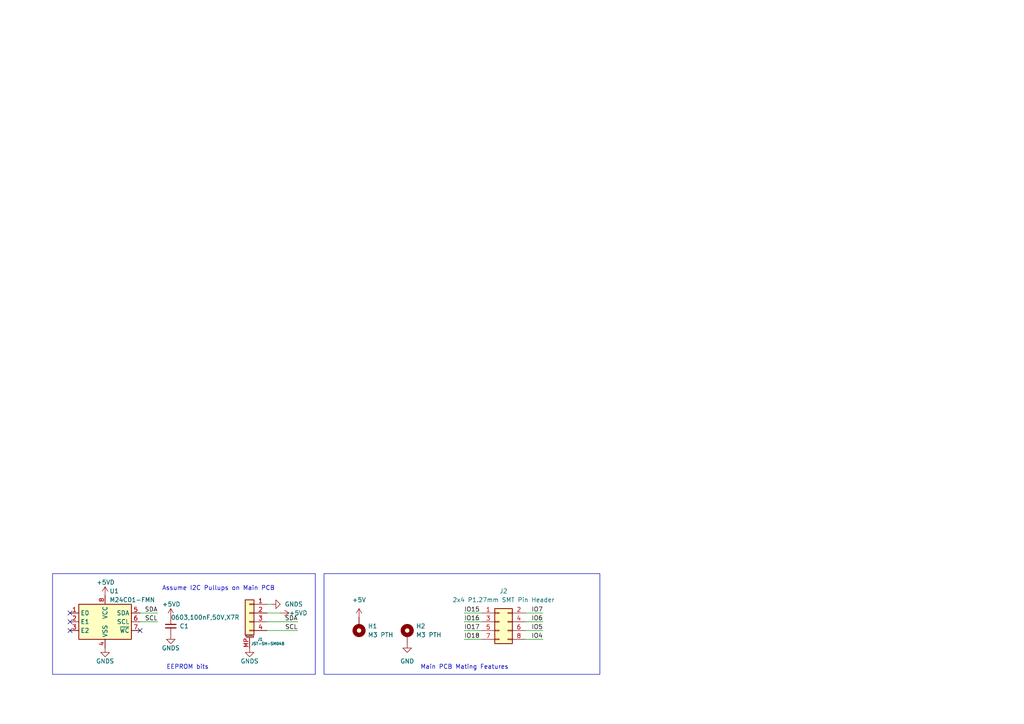
<source format=kicad_sch>
(kicad_sch (version 20230121) (generator eeschema)
  (paper "A4")
  (title_block (rev "A01"))
  (lib_symbols
    (symbol "Connector_Generic:Conn_02x04_Odd_Even" (pin_names (offset 1.016) hide)
      (property "Reference" "J" (at 1.27 5.08 0))
      (property "Value" "Conn_02x04_Odd_Even" (at 1.27 -7.62 0))
      (symbol "Conn_02x04_Odd_Even_1_1"
        (rectangle (start -1.27 -4.953) (end 0 -5.207) (stroke (width 0.1524)))
        (rectangle (start -1.27 -2.413) (end 0 -2.667) (stroke (width 0.1524)))
        (rectangle (start -1.27 0.127) (end 0 -0.127) (stroke (width 0.1524)))
        (rectangle (start -1.27 2.667) (end 0 2.413) (stroke (width 0.1524)))
        (rectangle (start -1.27 3.81) (end 3.81 -6.35) (stroke (width 0.254)) (fill (type background)))
        (rectangle (start 3.81 -4.953) (end 2.54 -5.207) (stroke (width 0.1524)))
        (rectangle (start 3.81 -2.413) (end 2.54 -2.667) (stroke (width 0.1524)))
        (rectangle (start 3.81 0.127) (end 2.54 -0.127) (stroke (width 0.1524)))
        (rectangle (start 3.81 2.667) (end 2.54 2.413) (stroke (width 0.1524)))
        (pin passive line (at -5.08 2.54 0) (length 3.81) (name "Pin_1") (number "1"))
        (pin passive line (at 7.62 2.54 180) (length 3.81) (name "Pin_2") (number "2"))
        (pin passive line (at -5.08 0 0) (length 3.81) (name "Pin_3") (number "3"))
        (pin passive line (at 7.62 0 180) (length 3.81) (name "Pin_4") (number "4"))
        (pin passive line (at -5.08 -2.54 0) (length 3.81) (name "Pin_5") (number "5"))
        (pin passive line (at 7.62 -2.54 180) (length 3.81) (name "Pin_6") (number "6"))
        (pin passive line (at -5.08 -5.08 0) (length 3.81) (name "Pin_7") (number "7"))
        (pin passive line (at 7.62 -5.08 180) (length 3.81) (name "Pin_8") (number "8"))
      )
    )
    (symbol "Connector_Generic_MountingPin:Conn_01x04_MountingPin" (pin_names (offset 1.016) hide)
      (property "Reference" "J" (at 0 5.08 0))
      (property "Value" "Conn_01x04_MountingPin" (at 1.27 -7.62 0))
      (symbol "Conn_01x04_MountingPin_1_1"
        (rectangle (start -1.27 -4.953) (end 0 -5.207) (stroke (width 0.1524)))
        (rectangle (start -1.27 -2.413) (end 0 -2.667) (stroke (width 0.1524)))
        (rectangle (start -1.27 0.127) (end 0 -0.127) (stroke (width 0.1524)))
        (rectangle (start -1.27 2.667) (end 0 2.413) (stroke (width 0.1524)))
        (rectangle (start -1.27 3.81) (end 1.27 -6.35) (stroke (width 0.254)) (fill (type background)))
        (polyline (pts (xy -1.016 -7.112) (xy 1.016 -7.112)) (stroke (width 0.1524)))
        (text "Mounting" (at 0 -6.731 0) (effects (font (size 0.381 0.381))))
        (pin passive line (at -5.08 2.54 0) (length 3.81) (name "Pin_1") (number "1"))
        (pin passive line (at -5.08 0 0) (length 3.81) (name "Pin_2") (number "2"))
        (pin passive line (at -5.08 -2.54 0) (length 3.81) (name "Pin_3") (number "3"))
        (pin passive line (at -5.08 -5.08 0) (length 3.81) (name "Pin_4") (number "4"))
        (pin passive line (at 0 -10.16 90) (length 3.048) (name "MountPin") (number "MP"))
      )
    )
    (symbol "Mechanical:MountingHole_Pad" (pin_numbers hide) (pin_names (offset 1.016) hide)
      (property "Reference" "H" (at 0 6.35 0))
      (property "Value" "MountingHole_Pad" (at 0 4.445 0))
      (symbol "MountingHole_Pad_0_1"
        (circle (center 0 1.27) (radius 1.27) (stroke (width 1.27)))
      )
      (symbol "MountingHole_Pad_1_1"
        (pin input line (at 0 -2.54 90) (length 2.54) (name "1") (number "1"))
      )
    )
    (symbol "Memory_EEPROM:M24C01-FMN"
      (property "Reference" "U" (at -6.35 6.35 0))
      (property "Value" "M24C01-FMN" (at 7.62 6.35 0))
      (symbol "M24C01-FMN_0_1"
        (rectangle (start -7.62 5.08) (end 7.62 -5.08) (stroke (width 0.254)) (fill (type background)))
      )
      (symbol "M24C01-FMN_1_1"
        (pin input line (at -10.16 2.54 0) (length 2.54) (name "E0") (number "1"))
        (pin input line (at -10.16 0 0) (length 2.54) (name "E1") (number "2"))
        (pin input line (at -10.16 -2.54 0) (length 2.54) (name "E2") (number "3"))
        (pin power_in line (at 0 -7.62 90) (length 2.54) (name "VSS") (number "4"))
        (pin bidirectional line (at 10.16 2.54 180) (length 2.54) (name "SDA") (number "5"))
        (pin input line (at 10.16 0 180) (length 2.54) (name "SCL") (number "6"))
        (pin input line (at 10.16 -2.54 180) (length 2.54) (name "~{WC}") (number "7"))
        (pin power_in line (at 0 7.62 270) (length 2.54) (name "VCC") (number "8"))
      )
    )
    (symbol "jlcpcb-basic-capacitor:0603,100nF,50V,X7R "
      (property "Reference" "C" (at 1.71 0.508 0))
      (property "Value" "0603,100nF,50V,X7R " (at 1.71 -1.016 0))
      (symbol "0603,100nF,50V,X7R _0_0"
        (polyline (pts (xy -1.524 -0.508) (xy 1.524 -0.508)) (stroke (width 0.3048)))
        (polyline (pts (xy -1.524 0.508) (xy 1.524 0.508)) (stroke (width 0.3048)))
        (pin passive line (at 0 2.54 270) (length 2.032) (name "~") (number "1"))
        (pin passive line (at 0 -2.54 90) (length 2.032) (name "~") (number "2"))
      )
    )
    (symbol "power:+5V" (power) (pin_names (offset 0))
      (property "Value" "+5V" (at 0 3.556 0))
      (symbol "+5V_0_1"
        (polyline (pts (xy -0.762 1.27) (xy 0 2.54)))
        (polyline (pts (xy 0 0) (xy 0 2.54)))
        (polyline (pts (xy 0 2.54) (xy 0.762 1.27)))
      )
      (symbol "+5V_1_1"
        (pin power_in line (at 0 0 90) (length 0) hide (name "+5V") (number "1"))
      )
    )
    (symbol "power:+5VD" (power) (pin_names (offset 0))
      (property "Value" "+5VD" (at 0 3.556 0))
      (symbol "+5VD_0_1"
        (polyline (pts (xy -0.762 1.27) (xy 0 2.54)))
        (polyline (pts (xy 0 0) (xy 0 2.54)))
        (polyline (pts (xy 0 2.54) (xy 0.762 1.27)))
      )
      (symbol "+5VD_1_1"
        (pin power_in line (at 0 0 90) (length 0) hide (name "+5VD") (number "1"))
      )
    )
    (symbol "power:GND" (power) (pin_names (offset 0))
      (property "Value" "GND" (at 0 -3.81 0))
      (symbol "GND_0_1"
        (polyline (pts (xy 0 0) (xy 0 -1.27) (xy 1.27 -1.27) (xy 0 -2.54) (xy -1.27 -1.27) (xy 0 -1.27)))
      )
      (symbol "GND_1_1"
        (pin power_in line (at 0 0 270) (length 0) hide (name "GND") (number "1"))
      )
    )
    (symbol "power:GNDS" (power) (pin_names (offset 0))
      (property "Value" "GNDS" (at 0 -3.81 0))
      (symbol "GNDS_0_1"
        (polyline (pts (xy 0 0) (xy 0 -1.27) (xy 1.27 -1.27) (xy 0 -2.54) (xy -1.27 -1.27) (xy 0 -1.27)))
      )
      (symbol "GNDS_1_1"
        (pin power_in line (at 0 0 270) (length 0) hide (name "GNDS") (number "1"))
      )
    )
  )
  (no_connect (at 20.32 177.8))
  (no_connect (at 40.64 182.88))
  (no_connect (at 20.32 180.34))
  (no_connect (at 20.32 182.88))
  (wire (pts (xy 152.4 180.34) (xy 157.48 180.34)))
  (wire (pts (xy 40.64 180.34) (xy 45.72 180.34)))
  (wire (pts (xy 152.4 177.8) (xy 157.48 177.8)))
  (wire (pts (xy 139.7 185.42) (xy 134.62 185.42)))
  (wire (pts (xy 77.47 177.8) (xy 81.28 177.8)))
  (wire (pts (xy 77.47 182.88) (xy 86.36 182.88)))
  (wire (pts (xy 139.7 180.34) (xy 134.62 180.34)))
  (wire (pts (xy 152.4 185.42) (xy 157.48 185.42)))
  (wire (pts (xy 40.64 177.8) (xy 45.72 177.8)))
  (wire (pts (xy 78.74 175.26) (xy 77.47 175.26)))
  (wire (pts (xy 139.7 177.8) (xy 134.62 177.8)))
  (wire (pts (xy 139.7 182.88) (xy 134.62 182.88)))
  (wire (pts (xy 77.47 180.34) (xy 86.36 180.34)))
  (wire (pts (xy 152.4 182.88) (xy 157.48 182.88)))
  (rectangle (start 15.24 166.37) (end 91.44 195.58))
  (rectangle (start 93.98 166.37) (end 173.99 195.58))
  (text "EEPROM bits" (at 48.26 194.31 0) (effects (font (size 1.27 1.27)) (justify left bottom)))
  (text "Main PCB Mating Features\n" (at 121.92 194.31 0) (effects (font (size 1.27 1.27)) (justify left bottom)))
  (text "Assume I2C Pullups on Main PCB" (at 46.99 171.45 0) (effects (font (size 1.27 1.27)) (justify left bottom)))
  (label "SDA" (at 86.36 180.34 180))
  (label "SCL" (at 45.72 180.34 180))
  (label "IO5" (at 157.48 182.88 180))
  (label "IO15" (at 134.62 177.8 0))
  (label "IO6" (at 157.48 180.34 180))
  (label "IO17" (at 134.62 182.88 0))
  (label "IO4" (at 157.48 185.42 180))
  (label "IO7" (at 157.48 177.8 180))
  (label "IO18" (at 134.62 185.42 0))
  (label "SDA" (at 45.72 177.8 180))
  (label "SCL" (at 86.36 182.88 180))
  (label "IO16" (at 134.62 180.34 0))
  (symbol (lib_id "Memory_EEPROM:M24C01-FMN") (at 30.48 180.34 0) (unit 1)
    (property "Reference" "U1" (at 31.75 171.45 0) (effects (justify left)))
    (property "Value" "M24C01-FMN" (at 31.75 173.99 0) (effects (justify left)))
    (property "Footprint" "Package_SO:SOIC-8_3.9x4.9mm_P1.27mm" (effects hide))
    (property "Datasheet" "http://www.st.com/content/ccc/resource/technical/document/datasheet/b0/d8/50/40/5a/85/49/6f/DM00071904.pdf/files/DM00071904.pdf/jcr:content/translations/en.DM00071904.pdf" (effects hide))
  )
  (symbol (lib_id "Connector_Generic:Conn_02x04_Odd_Even") (at 144.78 180.34 0) (unit 1)
    (property "Reference" "J2" (at 146.05 171.45 0))
    (property "Value" "2x4 P1.27mm SMT Pin Header" (at 146.05 173.99 0))
    (property "Footprint" "Connector_PinHeader_1.27mm:PinHeader_2x04_P1.27mm_Vertical_SMD" (effects hide))
  )
  (symbol (lib_id "jlcpcb-basic-capacitor:0603,100nF,50V,X7R ") (at 49.53 181.61 0) (unit 1)
    (property "Reference" "C1" (at 52.07 181.61 0) (effects (justify left)))
    (property "Value" "0603,100nF,50V,X7R " (at 49.53 179.07 0) (effects (justify left)))
    (property "Footprint" "C_0603_1608Metric" (effects hide))
    (property "Datasheet" "https://datasheet.lcsc.com/lcsc/1809301912_YAGEO-CC0603KRX7R9BB104_C14663.pdf" (effects hide))
    (property "LCSC" "C14663" (effects hide))
    (property "MFG" "YAGEO" (effects hide))
    (property "MFGPN" "CC0603KRX7R9BB104" (effects hide))
  )
  (symbol (lib_id "power:GNDS") (at 72.39 187.96 0) (unit 1)
    (property "Reference" "#PWR03" (effects hide))
    (property "Value" "GNDS" (at 72.39 191.77 0))
  )
  (symbol (lib_id "Mechanical:MountingHole_Pad") (at 118.11 184.15 0) (unit 1)
    (property "Reference" "H2" (at 120.65 181.61 0) (effects (justify left)))
    (property "Value" "M3 PTH" (at 120.65 184.15 0) (effects (justify left)))
    (property "Footprint" "MountingHole:MountingHole_3.2mm_M3_DIN965_Pad_TopBottom" (effects hide))
  )
  (symbol (lib_id "power:+5VD") (at 30.48 172.72 0) (unit 1)
    (property "Reference" "#PWR04" (effects hide))
    (property "Value" "+5VD" (at 27.94 168.91 0) (effects (justify left)))
  )
  (symbol (lib_id "power:+5V") (at 104.14 179.07 0) (unit 1)
    (property "Reference" "#PWR08" (effects hide))
    (property "Value" "+5V" (at 104.14 173.99 0))
  )
  (symbol (lib_id "power:GND") (at 118.11 186.69 0) (unit 1)
    (property "Reference" "#PWR09" (effects hide))
    (property "Value" "GND" (at 118.11 191.77 0))
  )
  (symbol (lib_id "Mechanical:MountingHole_Pad") (at 104.14 181.61 180) (unit 1)
    (property "Reference" "H1" (at 106.68 181.61 0) (effects (justify right)))
    (property "Value" "M3 PTH" (at 106.68 184.15 0) (effects (justify right)))
    (property "Footprint" "MountingHole:MountingHole_3.2mm_M3_DIN965_Pad_TopBottom" (effects hide))
  )
  (symbol (lib_id "power:GNDS") (at 49.53 184.15 0) (unit 1)
    (property "Reference" "#PWR06" (effects hide))
    (property "Value" "GNDS" (at 49.53 187.96 0))
  )
  (symbol (lib_id "power:+5VD") (at 81.28 177.8 270) (unit 1)
    (property "Reference" "#PWR01" (effects hide))
    (property "Value" "+5VD" (at 83.82 177.8 90) (effects (justify left)))
  )
  (symbol (lib_id "power:GNDS") (at 30.48 187.96 0) (unit 1)
    (property "Reference" "#PWR05" (effects hide))
    (property "Value" "GNDS" (at 30.48 191.77 0))
  )
  (symbol (lib_id "power:GNDS") (at 78.74 175.26 90) (unit 1)
    (property "Reference" "#PWR02" (effects hide))
    (property "Value" "GNDS" (at 82.55 175.26 90) (effects (justify right)))
  )
  (symbol (lib_id "Connector_Generic_MountingPin:Conn_01x04_MountingPin") (at 72.39 177.8 0) (mirror y) (unit 1)
    (property "Reference" "J1" (at 76.2 185.42 0) (effects (font (size 0.8 0.8)) (justify left)))
    (property "Value" "JST-SH-SM04B" (at 82.55 186.69 0) (effects (font (size 0.8 0.8)) (justify left)))
    (property "Footprint" "Connector_JST:JST_SH_SM04B-SRSS-TB_1x04-1MP_P1.00mm_Horizontal" (effects hide))
    (property "LCSC" "C160404" (effects hide))
  )
  (symbol (lib_id "power:+5VD") (at 49.53 179.07 0) (unit 1)
    (property "Reference" "#PWR07" (effects hide))
    (property "Value" "+5VD" (at 46.99 175.26 0) (effects (justify left)))
  )
)
</source>
